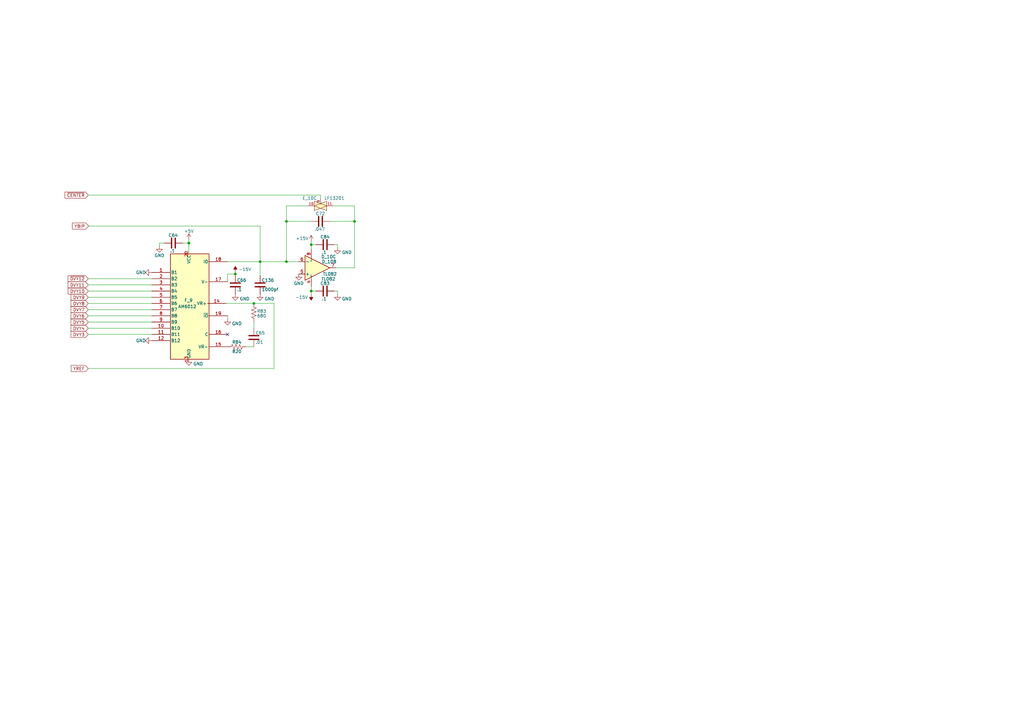
<source format=kicad_sch>
(kicad_sch (version 20211123) (generator eeschema)
  (paper "A3")
  (lib_symbols
    (symbol "Device:C" (pin_numbers hide) (pin_names (offset 0.254))
      (property "Reference" "C" (at 0.635 2.54 0))
      (property "Value" "C" (at 0.635 -2.54 0))
      (symbol "C_0_1"
        (polyline (pts (xy -2.032 -0.762) (xy 2.032 -0.762)) (stroke (width 0.508)))
        (polyline (pts (xy -2.032 0.762) (xy 2.032 0.762)) (stroke (width 0.508)))
      )
      (symbol "C_1_1"
        (pin passive line (at 0 3.81 270) (length 2.794) (name "~") (number "1"))
        (pin passive line (at 0 -3.81 90) (length 2.794) (name "~") (number "2"))
      )
    )
    (symbol "Device:R_US" (pin_numbers hide) (pin_names (offset 0))
      (property "Reference" "R" (at 2.54 0 90))
      (property "Value" "R_US" (at -2.54 0 90))
      (symbol "R_US_0_1"
        (polyline (pts (xy 0 -2.286) (xy 0 -2.54)))
        (polyline (pts (xy 0 2.286) (xy 0 2.54)))
        (polyline (pts (xy 0 -0.762) (xy 1.016 -1.143) (xy 0 -1.524) (xy -1.016 -1.905) (xy 0 -2.286)))
        (polyline (pts (xy 0 0.762) (xy 1.016 0.381) (xy 0 0) (xy -1.016 -0.381) (xy 0 -0.762)))
        (polyline (pts (xy 0 2.286) (xy 1.016 1.905) (xy 0 1.524) (xy -1.016 1.143) (xy 0 0.762)))
      )
      (symbol "R_US_1_1"
        (pin passive line (at 0 3.81 270) (length 1.27) (name "~") (number "1"))
        (pin passive line (at 0 -3.81 90) (length 1.27) (name "~") (number "2"))
      )
    )
    (symbol "atari:AM6012" (pin_names (offset 0.254))
      (property "Reference" "U" (at 0 1.27 0))
      (property "Value" "AM6012" (at 0 -5.715 90))
      (symbol "AM6012_0_0"
        (pin power_in line (at 0 -22.86 90) (length 0) (name "GND") (number "13"))
      )
      (symbol "AM6012_1_0"
        (pin input line (at 15.24 0 180) (length 7.62) (name "VR+") (number "14"))
        (pin input line (at 15.875 -17.78 180) (length 7.62) (name "VR-") (number "15"))
        (pin input line (at 15.875 -12.7 180) (length 7.62) (name "C") (number "16"))
        (pin input line (at 15.875 8.89 180) (length 7.62) (name "V-") (number "17"))
        (pin input line (at 15.875 -5.08 180) (length 7.62) (name "~{IO}") (number "19"))
        (pin power_in line (at 0 20.32 270) (length 0) (name "VCC") (number "20"))
      )
      (symbol "AM6012_1_1"
        (rectangle (start -7.62 20.32) (end 8.255 -22.86) (stroke (width 0.254)) (fill (type background)))
        (pin input line (at -15.24 12.7 0) (length 7.62) (name "B1") (number "1"))
        (pin input line (at -15.24 -10.16 0) (length 7.62) (name "B10") (number "10"))
        (pin input line (at -15.24 -12.7 0) (length 7.62) (name "B11") (number "11"))
        (pin input line (at -15.24 -15.24 0) (length 7.62) (name "B12") (number "12"))
        (pin bidirectional line (at 15.875 17.145 180) (length 7.62) (name "IO") (number "18"))
        (pin input line (at -15.24 10.16 0) (length 7.62) (name "B2") (number "2"))
        (pin input line (at -15.24 7.62 0) (length 7.62) (name "B3") (number "3"))
        (pin input line (at -15.24 5.08 0) (length 7.62) (name "B4") (number "4"))
        (pin input line (at -15.24 2.54 0) (length 7.62) (name "B5") (number "5"))
        (pin input line (at -15.24 0 0) (length 7.62) (name "B6") (number "6"))
        (pin input line (at -15.24 -2.54 0) (length 7.62) (name "B7") (number "7"))
        (pin input line (at -15.24 -5.08 0) (length 7.62) (name "B8") (number "8"))
        (pin input line (at -15.24 -7.62 0) (length 7.62) (name "B9") (number "9"))
      )
    )
    (symbol "atari:LF13201" (pin_names (offset 0.002))
      (property "Reference" "U" (at 3.175 6.35 0))
      (property "Value" "LF13201" (at 6.35 4.445 0))
      (symbol "LF13201_1_1"
        (polyline (pts (xy -2.54 1.905) (xy -2.54 -1.905) (xy 2.54 0) (xy -2.54 1.905)) (fill (type background)))
        (polyline (pts (xy 2.54 1.905) (xy 2.54 -1.905) (xy -2.54 0) (xy 2.54 1.905)) (fill (type background)))
        (pin input line (at 0 3.175 270) (length 2.54) (name "~") (number "1"))
        (pin bidirectional line (at -5.08 0 0) (length 2.54) (name "~") (number "2"))
        (pin bidirectional line (at 5.08 0 180) (length 2.54) (name "~") (number "3"))
      )
      (symbol "LF13201_2_1"
        (polyline (pts (xy -2.54 1.905) (xy -2.54 -1.905) (xy 2.54 0) (xy -2.54 1.905)) (fill (type background)))
        (polyline (pts (xy 2.54 1.905) (xy 2.54 -1.905) (xy -2.54 0) (xy 2.54 1.905)) (fill (type background)))
        (pin bidirectional line (at -5.08 0 0) (length 2.54) (name "~") (number "6"))
        (pin bidirectional line (at 5.08 0 180) (length 2.54) (name "~") (number "7"))
        (pin input line (at 0 3.175 270) (length 2.54) (name "~") (number "8"))
      )
      (symbol "LF13201_3_1"
        (polyline (pts (xy -2.54 1.905) (xy -2.54 -1.905) (xy 2.54 0) (xy -2.54 1.905)) (fill (type background)))
        (polyline (pts (xy 2.54 1.905) (xy 2.54 -1.905) (xy -2.54 0) (xy 2.54 1.905)) (fill (type background)))
        (pin bidirectional line (at -5.08 0 0) (length 2.54) (name "~") (number "10"))
        (pin bidirectional line (at 5.08 0 180) (length 2.54) (name "~") (number "11"))
        (pin input line (at 0 3.175 270) (length 2.54) (name "~") (number "9"))
      )
      (symbol "LF13201_4_1"
        (polyline (pts (xy -2.54 1.905) (xy -2.54 -1.905) (xy 2.54 0) (xy -2.54 1.905)) (fill (type background)))
        (polyline (pts (xy 2.54 1.905) (xy 2.54 -1.905) (xy -2.54 0) (xy 2.54 1.905)) (fill (type background)))
        (pin bidirectional line (at 5.08 0 180) (length 2.54) (name "~") (number "14"))
        (pin bidirectional line (at -5.08 0 0) (length 2.54) (name "~") (number "15"))
        (pin input line (at 0 3.175 270) (length 2.54) (name "~") (number "16"))
      )
      (symbol "LF13201_5_1"
        (rectangle (start -8.255 4.445) (end -3.175 -8.255) (stroke (width 0.1524)) (fill (type background)))
        (pin no_connect line (at -0.635 -2.54 180) (length 2.54) hide (name "") (number "12"))
        (pin power_in line (at -0.635 3.175 180) (length 2.54) (name "VCC") (number "13"))
        (pin power_in line (at -0.635 0.635 180) (length 2.54) (name "VEE") (number "4"))
        (pin power_in line (at -0.635 -6.985 180) (length 2.54) (name "VR") (number "5"))
      )
    )
    (symbol "atari:TL082" (pin_names (offset 0.127))
      (property "Reference" "U" (at 0 5.08 0))
      (property "Value" "TL082" (at 0 -5.08 0))
      (symbol "TL082_1_1"
        (polyline (pts (xy -5.08 5.08) (xy 5.08 0) (xy -5.08 -5.08) (xy -5.08 5.08)) (stroke (width 0.254)) (fill (type background)))
        (pin output line (at 7.62 0 180) (length 2.54) (name "~") (number "1"))
        (pin input line (at -7.62 -2.54 0) (length 2.54) (name "-") (number "2"))
        (pin input line (at -7.62 2.54 0) (length 2.54) (name "+") (number "3"))
      )
      (symbol "TL082_2_1"
        (polyline (pts (xy -5.08 5.08) (xy 5.08 0) (xy -5.08 -5.08) (xy -5.08 5.08)) (stroke (width 0.254)) (fill (type background)))
        (pin input line (at -7.62 2.54 0) (length 2.54) (name "+") (number "5"))
        (pin input line (at -7.62 -2.54 0) (length 2.54) (name "-") (number "6"))
        (pin output line (at 7.62 0 180) (length 2.54) (name "~") (number "7"))
      )
      (symbol "TL082_3_1"
        (pin power_in line (at -2.54 -7.62 90) (length 3.81) (name "V-") (number "4"))
        (pin power_in line (at -2.54 7.62 270) (length 3.81) (name "V+") (number "8"))
      )
    )
    (symbol "power:+15V" (power) (pin_names (offset 0))
      (property "Value" "+15V" (at 0 3.556 0))
      (symbol "+15V_0_1"
        (polyline (pts (xy -0.762 1.27) (xy 0 2.54)))
        (polyline (pts (xy 0 0) (xy 0 2.54)))
        (polyline (pts (xy 0 2.54) (xy 0.762 1.27)))
      )
      (symbol "+15V_1_1"
        (pin power_in line (at 0 0 90) (length 0) hide (name "+15V") (number "1"))
      )
    )
    (symbol "power:+5V" (power) (pin_names (offset 0))
      (property "Value" "+5V" (at 0 3.556 0))
      (symbol "+5V_0_1"
        (polyline (pts (xy -0.762 1.27) (xy 0 2.54)))
        (polyline (pts (xy 0 0) (xy 0 2.54)))
        (polyline (pts (xy 0 2.54) (xy 0.762 1.27)))
      )
      (symbol "+5V_1_1"
        (pin power_in line (at 0 0 90) (length 0) hide (name "+5V") (number "1"))
      )
    )
    (symbol "power:-15V" (power) (pin_names (offset 0))
      (property "Value" "-15V" (at 0 3.81 0))
      (symbol "-15V_0_0"
        (pin power_in line (at 0 0 90) (length 0) hide (name "-15V") (number "1"))
      )
      (symbol "-15V_0_1"
        (polyline (pts (xy 0 0) (xy 0 1.27) (xy 0.762 1.27) (xy 0 2.54) (xy -0.762 1.27) (xy 0 1.27)) (fill (type outline)))
      )
    )
    (symbol "power:GND" (power) (pin_names (offset 0))
      (property "Value" "GND" (at 0 -3.81 0))
      (symbol "GND_0_1"
        (polyline (pts (xy 0 0) (xy 0 -1.27) (xy 1.27 -1.27) (xy 0 -2.54) (xy -1.27 -1.27) (xy 0 -1.27)))
      )
      (symbol "GND_1_1"
        (pin power_in line (at 0 0 270) (length 0) hide (name "GND") (number "1"))
      )
    )
  )
  (junction (at 145.415 90.805))
  (junction (at 106.68 107.315))
  (junction (at 117.475 90.805))
  (junction (at 127.635 119.38))
  (junction (at 104.14 124.46))
  (junction (at 127.635 100.33))
  (junction (at 77.47 99.695))
  (junction (at 117.475 107.315))
  (junction (at 96.52 112.395))
  (no_connect (at 93.345 137.16))
  (wire (pts (xy 36.195 80.01) (xy 131.445 80.01)))
  (wire (pts (xy 93.345 112.395) (xy 93.345 115.57)))
  (wire (pts (xy 136.525 84.455) (xy 145.415 84.455)))
  (wire (pts (xy 96.52 112.395) (xy 96.52 113.03)))
  (wire (pts (xy 96.52 112.395) (xy 93.345 112.395)))
  (wire (pts (xy 106.68 107.315) (xy 106.68 92.71)))
  (wire (pts (xy 129.54 100.33) (xy 127.635 100.33)))
  (wire (pts (xy 138.43 119.38) (xy 138.43 120.65)))
  (wire (pts (xy 62.23 116.84) (xy 36.195 116.84)))
  (wire (pts (xy 131.445 81.28) (xy 131.445 80.01)))
  (wire (pts (xy 104.14 124.46) (xy 112.395 124.46)))
  (wire (pts (xy 138.43 100.33) (xy 138.43 101.6)))
  (wire (pts (xy 112.395 124.46) (xy 112.395 151.13)))
  (wire (pts (xy 117.475 84.455) (xy 117.475 90.805)))
  (wire (pts (xy 117.475 90.805) (xy 117.475 107.315)))
  (wire (pts (xy 96.52 111.76) (xy 96.52 112.395)))
  (wire (pts (xy 117.475 107.315) (xy 122.555 107.315)))
  (wire (pts (xy 74.93 99.695) (xy 77.47 99.695)))
  (wire (pts (xy 93.345 129.54) (xy 93.345 130.81)))
  (wire (pts (xy 77.47 99.695) (xy 77.47 104.14)))
  (wire (pts (xy 62.23 129.54) (xy 36.195 129.54)))
  (wire (pts (xy 62.23 132.08) (xy 36.195 132.08)))
  (wire (pts (xy 145.415 84.455) (xy 145.415 90.805)))
  (wire (pts (xy 127.635 119.38) (xy 127.635 117.475)))
  (wire (pts (xy 145.415 109.855) (xy 145.415 90.805)))
  (wire (pts (xy 92.71 124.46) (xy 104.14 124.46)))
  (wire (pts (xy 36.195 151.13) (xy 112.395 151.13)))
  (wire (pts (xy 67.31 99.695) (xy 65.405 99.695)))
  (wire (pts (xy 104.14 132.08) (xy 104.14 134.62)))
  (wire (pts (xy 129.54 119.38) (xy 127.635 119.38)))
  (wire (pts (xy 137.16 119.38) (xy 138.43 119.38)))
  (wire (pts (xy 127.635 99.06) (xy 127.635 100.33)))
  (wire (pts (xy 145.415 90.805) (xy 135.255 90.805)))
  (wire (pts (xy 127.635 90.805) (xy 117.475 90.805)))
  (wire (pts (xy 65.405 99.695) (xy 65.405 100.965)))
  (wire (pts (xy 36.322 92.71) (xy 106.68 92.71)))
  (wire (pts (xy 127.635 120.65) (xy 127.635 119.38)))
  (wire (pts (xy 100.965 142.24) (xy 104.14 142.24)))
  (wire (pts (xy 62.23 114.3) (xy 36.195 114.3)))
  (wire (pts (xy 62.23 121.92) (xy 36.195 121.92)))
  (wire (pts (xy 93.345 107.315) (xy 106.68 107.315)))
  (wire (pts (xy 137.795 109.855) (xy 145.415 109.855)))
  (wire (pts (xy 106.68 107.315) (xy 106.68 113.03)))
  (wire (pts (xy 62.23 124.46) (xy 36.195 124.46)))
  (wire (pts (xy 77.47 98.425) (xy 77.47 99.695)))
  (wire (pts (xy 62.23 127) (xy 36.195 127)))
  (wire (pts (xy 106.68 107.315) (xy 117.475 107.315)))
  (wire (pts (xy 137.16 100.33) (xy 138.43 100.33)))
  (wire (pts (xy 62.23 137.16) (xy 36.195 137.16)))
  (wire (pts (xy 127.635 100.33) (xy 127.635 102.235)))
  (wire (pts (xy 126.365 84.455) (xy 117.475 84.455)))
  (wire (pts (xy 62.23 134.62) (xy 36.195 134.62)))
  (wire (pts (xy 62.23 119.38) (xy 36.195 119.38)))
  (global_label "DVY10" (shape input) (at 36.195 119.38 180) (property "Intersheet References" "${INTERSHEET_REFS}" (effects hide)))
  (global_label "DVY9" (shape input) (at 36.195 121.92 180) (property "Intersheet References" "${INTERSHEET_REFS}" (effects hide)))
  (global_label "DVY3" (shape input) (at 36.195 137.16 180) (property "Intersheet References" "${INTERSHEET_REFS}" (effects hide)))
  (global_label "~{CENTER}" (shape input) (at 36.195 80.01 180) (property "Intersheet References" "${INTERSHEET_REFS}" (effects hide)))
  (global_label "~{DVY12}" (shape input) (at 36.195 114.3 180) (property "Intersheet References" "${INTERSHEET_REFS}" (effects hide)))
  (global_label "DVY11" (shape input) (at 36.195 116.84 180) (property "Intersheet References" "${INTERSHEET_REFS}" (effects hide)))
  (global_label "YBIP" (shape input) (at 36.322 92.71 180) (property "Intersheet References" "${INTERSHEET_REFS}" (effects hide)))
  (global_label "DVY8" (shape input) (at 36.195 124.46 180) (property "Intersheet References" "${INTERSHEET_REFS}" (effects hide)))
  (global_label "DVY5" (shape input) (at 36.195 132.08 180) (property "Intersheet References" "${INTERSHEET_REFS}" (effects hide)))
  (global_label "DVY4" (shape input) (at 36.195 134.62 180) (property "Intersheet References" "${INTERSHEET_REFS}" (effects hide)))
  (global_label "DVY6" (shape input) (at 36.195 129.54 180) (property "Intersheet References" "${INTERSHEET_REFS}" (effects hide)))
  (global_label "YREF" (shape input) (at 36.195 151.13 180) (property "Intersheet References" "${INTERSHEET_REFS}" (effects hide)))
  (global_label "DVY7" (shape input) (at 36.195 127 180) (property "Intersheet References" "${INTERSHEET_REFS}" (effects hide)))
  (symbol (lib_id "power:GND") (at 62.23 111.76 270) (unit 1)
    (property "Reference" "#PWR?" (effects hide))
    (property "Value" "GND" (at 57.785 111.76 90))
  )
  (symbol (lib_id "power:+5V") (at 77.47 98.425 0) (unit 1)
    (property "Reference" "#PWR?" (effects hide))
    (property "Value" "+5V" (at 77.47 94.8205 0))
  )
  (symbol (lib_id "power:+15V") (at 127.635 99.06 0) (unit 1)
    (property "Reference" "#PWR?" (effects hide))
    (property "Value" "+15V" (at 121.285 97.79 0) (effects (justify left)))
  )
  (symbol (lib_id "power:-15V") (at 96.52 111.76 0) (unit 1)
    (property "Reference" "#PWR?" (effects hide))
    (property "Value" "-15V" (at 97.79 110.49 0) (effects (justify left)))
  )
  (symbol (lib_id "power:GND") (at 106.68 120.65 0) (unit 1)
    (property "Reference" "#PWR?" (effects hide))
    (property "Value" "GND" (at 110.49 122.555 0))
  )
  (symbol (lib_id "power:GND") (at 65.405 100.965 0) (unit 1)
    (property "Reference" "#PWR?" (effects hide))
    (property "Value" "GND" (at 65.405 104.775 0))
  )
  (symbol (lib_id "atari:TL082") (at 130.175 109.855 0) (unit 3)
    (property "Reference" "D_10" (at 131.699 105.283 0) (effects (justify left)))
    (property "Value" "TL082" (at 131.699 114.427 0) (effects (justify left)))
  )
  (symbol (lib_id "Device:C") (at 96.52 116.84 0) (unit 1)
    (property "Reference" "C66" (at 97.155 114.935 0) (effects (justify left)))
    (property "Value" ".1" (at 97.155 118.745 0) (effects (justify left)))
  )
  (symbol (lib_id "power:GND") (at 62.23 139.7 270) (unit 1)
    (property "Reference" "#PWR?" (effects hide))
    (property "Value" "GND" (at 57.785 139.7 90))
  )
  (symbol (lib_id "power:GND") (at 96.52 120.65 0) (unit 1)
    (property "Reference" "#PWR?" (effects hide))
    (property "Value" "GND" (at 100.33 122.555 0))
  )
  (symbol (lib_id "power:GND") (at 138.43 120.65 0) (unit 1)
    (property "Reference" "#PWR?" (effects hide))
    (property "Value" "GND" (at 142.24 122.555 0))
  )
  (symbol (lib_id "Device:C") (at 131.445 90.805 90) (unit 1)
    (property "Reference" "C72" (at 133.35 87.63 90) (effects (justify left)))
    (property "Value" ".047" (at 133.35 93.98 90) (effects (justify left)))
  )
  (symbol (lib_id "atari:TL082") (at 130.175 109.855 0) (mirror x) (unit 2)
    (property "Reference" "D_10" (at 135.001 107.315 0))
    (property "Value" "TL082" (at 135.255 112.395 0))
  )
  (symbol (lib_id "power:GND") (at 93.345 130.81 0) (unit 1)
    (property "Reference" "#PWR?" (effects hide))
    (property "Value" "GND" (at 97.155 132.715 0))
  )
  (symbol (lib_id "power:GND") (at 77.47 147.32 0) (unit 1)
    (property "Reference" "#PWR?" (effects hide))
    (property "Value" "GND" (at 81.28 149.225 0))
  )
  (symbol (lib_id "Device:C") (at 133.35 119.38 90) (unit 1)
    (property "Reference" "C83" (at 135.255 116.205 90) (effects (justify left)))
    (property "Value" ".1" (at 133.985 122.555 90) (effects (justify left)))
  )
  (symbol (lib_id "Device:C") (at 133.35 100.33 90) (unit 1)
    (property "Reference" "C84" (at 135.255 97.155 90) (effects (justify left)))
    (property "Value" ".1" (at 133.985 103.505 90) (effects (justify left)))
  )
  (symbol (lib_id "Device:C") (at 71.12 99.695 90) (unit 1)
    (property "Reference" "C64" (at 73.025 96.52 90) (effects (justify left)))
    (property "Value" ".1" (at 71.755 102.87 90) (effects (justify left)))
  )
  (symbol (lib_id "atari:AM6012") (at 77.47 124.46 0) (unit 1)
    (property "Reference" "F_9" (at 75.565 123.19 0) (effects (justify left)))
    (property "Value" "AM6012" (at 73.025 125.73 0) (effects (justify left)))
  )
  (symbol (lib_id "power:GND") (at 122.555 112.395 0) (unit 1)
    (property "Reference" "#PWR?" (effects hide))
    (property "Value" "GND" (at 122.555 116.205 0))
  )
  (symbol (lib_id "Device:C") (at 106.68 116.84 0) (unit 1)
    (property "Reference" "C136" (at 107.315 114.935 0) (effects (justify left)))
    (property "Value" "1000pf" (at 107.315 118.745 0) (effects (justify left)))
  )
  (symbol (lib_id "atari:LF13201") (at 131.445 84.455 0) (unit 3)
    (property "Reference" "E_10" (at 127 81.28 0))
    (property "Value" "LF13201" (at 137.16 81.28 0))
  )
  (symbol (lib_id "power:-15V") (at 127.635 120.65 180) (unit 1)
    (property "Reference" "#PWR?" (effects hide))
    (property "Value" "-15V" (at 126.365 121.92 0) (effects (justify left)))
  )
  (symbol (lib_id "Device:R_US") (at 104.14 128.27 180) (unit 1)
    (property "Reference" "R83" (at 107.315 127.635 0))
    (property "Value" "680" (at 107.315 129.54 0))
  )
  (symbol (lib_id "power:GND") (at 138.43 101.6 0) (unit 1)
    (property "Reference" "#PWR?" (effects hide))
    (property "Value" "GND" (at 142.24 103.505 0))
  )
  (symbol (lib_id "Device:R_US") (at 97.155 142.24 90) (unit 1)
    (property "Reference" "R84" (at 97.155 140.335 90))
    (property "Value" "820" (at 97.155 144.145 90))
  )
  (symbol (lib_id "Device:C") (at 104.14 138.43 0) (unit 1)
    (property "Reference" "C65" (at 104.775 136.525 0) (effects (justify left)))
    (property "Value" ".01" (at 104.775 140.335 0) (effects (justify left)))
  )
)
</source>
